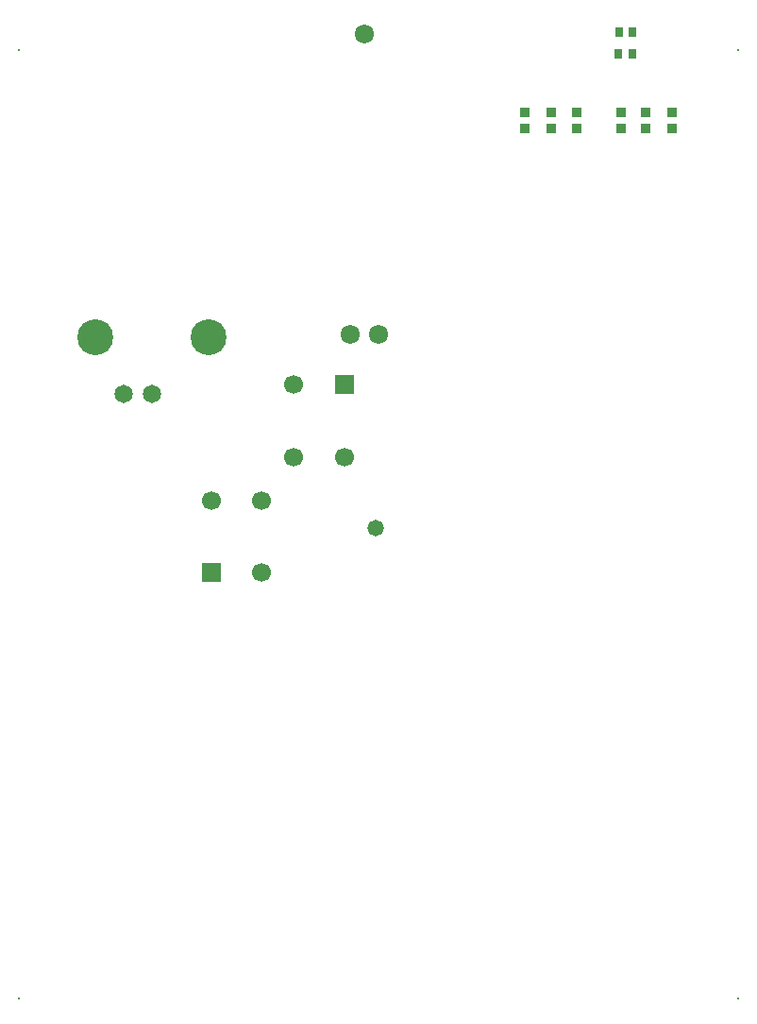
<source format=gbs>
G04*
G04 #@! TF.GenerationSoftware,Altium Limited,Altium Designer,23.8.1 (32)*
G04*
G04 Layer_Color=16711935*
%FSLAX25Y25*%
%MOIN*%
G70*
G04*
G04 #@! TF.SameCoordinates,E8196DF9-6BE1-4897-A204-F033BB6E7C32*
G04*
G04*
G04 #@! TF.FilePolarity,Negative*
G04*
G01*
G75*
%ADD27R,0.02953X0.03543*%
%ADD28R,0.03788X0.03681*%
%ADD71C,0.00787*%
%ADD72C,0.06480*%
%ADD73C,0.12658*%
%ADD74C,0.06772*%
%ADD75C,0.06693*%
%ADD76R,0.06693X0.06693*%
%ADD96C,0.05800*%
D27*
X476279Y483169D02*
D03*
X471555D02*
D03*
X471654Y491142D02*
D03*
X476378D02*
D03*
D28*
X472342Y456890D02*
D03*
Y462523D02*
D03*
X438287Y462598D02*
D03*
Y456965D02*
D03*
X456791Y462561D02*
D03*
Y456927D02*
D03*
X447638D02*
D03*
Y462561D02*
D03*
X481201Y462500D02*
D03*
Y456867D02*
D03*
X490551Y462500D02*
D03*
Y456867D02*
D03*
D71*
X513779Y150000D02*
D03*
X259842D02*
D03*
Y484646D02*
D03*
X513779D02*
D03*
D72*
X296772Y363465D02*
D03*
X306772D02*
D03*
D73*
X326772Y383465D02*
D03*
X286772D02*
D03*
D74*
X376890Y384409D02*
D03*
X381890Y490394D02*
D03*
X386890Y384409D02*
D03*
D75*
X327756Y325787D02*
D03*
X345472D02*
D03*
Y300197D02*
D03*
X356890Y366732D02*
D03*
Y341142D02*
D03*
X374606D02*
D03*
D76*
X327756Y300197D02*
D03*
X374606Y366732D02*
D03*
D96*
X385827Y316142D02*
D03*
M02*

</source>
